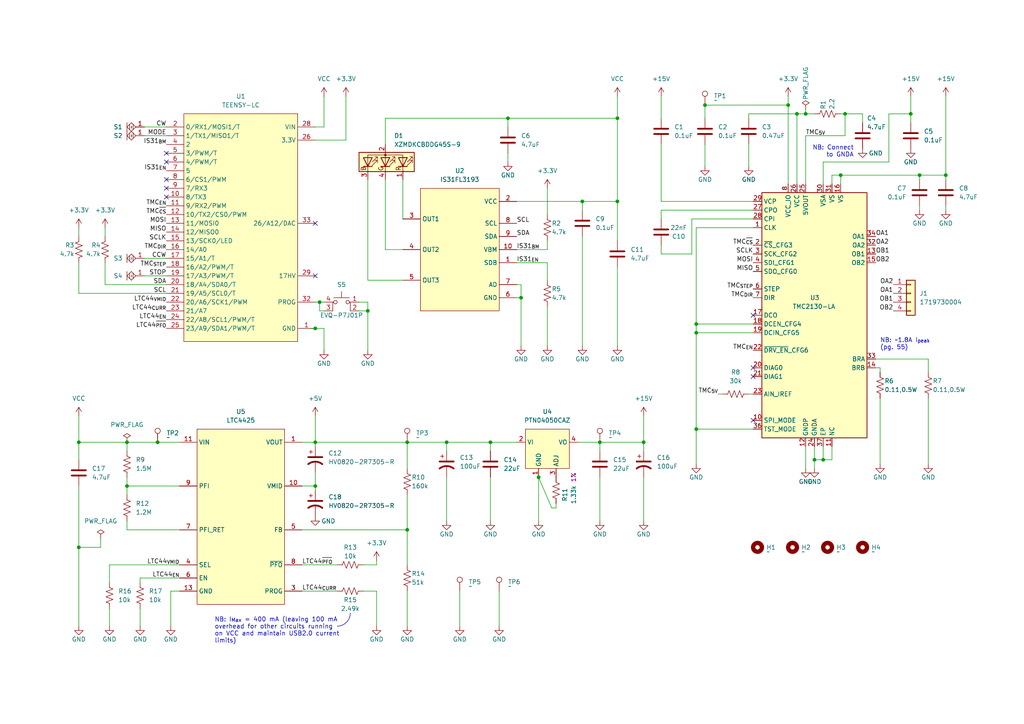
<source format=kicad_sch>
(kicad_sch (version 20230121) (generator eeschema)
  (paper "A4")
  (title_block (title "Open Ephys Commutator Controller") (rev "C") (company "Open Ephys, Inc.") (comment 1 "Jonathan P. Newman"))
  (lib_symbols
    (symbol "Connector:TestPoint" (pin_numbers hide) (pin_names (offset 0.762) hide)
      (property "Reference" "TP" (at 0 6.858 0))
      (property "Value" "TestPoint" (at 0 5.08 0))
      (symbol "TestPoint_1_1"
        (pin passive line (at 0 0 90) (length 2.54) (name "1") (number "1"))
      )
    )
    (symbol "Connector_Generic:Conn_01x04" (pin_names (offset 1.016) hide)
      (property "Reference" "J" (at 0 5.08 0))
      (property "Value" "Conn_01x04" (at 0 -7.62 0))
      (symbol "Conn_01x04_1_1"
        (pin passive line (at -5.08 2.54 0) (length 3.81) (name "Pin_1") (number "1"))
        (pin passive line (at -5.08 0 0) (length 3.81) (name "Pin_2") (number "2"))
        (pin passive line (at -5.08 -2.54 0) (length 3.81) (name "Pin_3") (number "3"))
        (pin passive line (at -5.08 -5.08 0) (length 3.81) (name "Pin_4") (number "4"))
      )
    )
    (symbol "Device:C" (pin_numbers hide) (pin_names (offset 0.254))
      (property "Reference" "C" (at 0.635 2.54 0))
      (property "Value" "C" (at 0.635 -2.54 0))
      (symbol "C_1_1"
        (pin passive line (at 0 3.81 270) (length 2.794) (name "~") (number "1"))
        (pin passive line (at 0 -3.81 90) (length 2.794) (name "~") (number "2"))
      )
    )
    (symbol "Device:C_Polarized_US" (pin_numbers hide) (pin_names (offset 0.254) hide)
      (property "Reference" "C" (at 0.635 2.54 0))
      (property "Value" "C_Polarized_US" (at 0.635 -2.54 0))
      (symbol "C_Polarized_US_1_1"
        (pin passive line (at 0 3.81 270) (length 2.794) (name "~") (number "1"))
        (pin passive line (at 0 -3.81 90) (length 3.302) (name "~") (number "2"))
      )
    )
    (symbol "Device:LED_RABG" (pin_names (offset 0) hide)
      (property "Reference" "D" (at 0 9.398 0))
      (property "Value" "LED_RABG" (at 0 -8.89 0))
      (symbol "LED_RABG_0_0"
        (text "B" (at -1.905 -6.35 0) (effects (font (size 1.27 1.27))))
        (text "G" (at -1.905 -1.27 0) (effects (font (size 1.27 1.27))))
        (text "R" (at -1.905 3.81 0) (effects (font (size 1.27 1.27))))
      )
      (symbol "LED_RABG_1_1"
        (pin passive line (at -5.08 5.08 0) (length 2.54) (name "RK") (number "1"))
        (pin passive line (at 5.08 0 180) (length 2.54) (name "A") (number "2"))
        (pin passive line (at -5.08 -5.08 0) (length 2.54) (name "BK") (number "3"))
        (pin passive line (at -5.08 0 0) (length 2.54) (name "GK") (number "4"))
      )
    )
    (symbol "Device:R_US" (pin_numbers hide) (pin_names (offset 0))
      (property "Reference" "R" (at 2.54 0 90))
      (property "Value" "R_US" (at -2.54 0 90))
      (symbol "R_US_1_1"
        (pin passive line (at 0 3.81 270) (length 1.27) (name "~") (number "1"))
        (pin passive line (at 0 -3.81 90) (length 1.27) (name "~") (number "2"))
      )
    )
    (symbol "Driver_Motor:TMC2130-LA"
      (property "Reference" "U" (at -11.43 38.1 0))
      (property "Value" "TMC2130-LA" (at 17.78 38.1 0))
      (symbol "TMC2130-LA_1_1"
        (pin input line (at -17.78 25.4 0) (length 2.54) (name "CLK") (number "1"))
        (pin input line (at -17.78 -30.48 0) (length 2.54) (name "SPI_MODE") (number "10"))
        (pin passive line (at 5.08 -38.1 90) (length 2.54) (name "NC") (number "11"))
        (pin power_in line (at -2.54 -38.1 90) (length 2.54) (name "GNDP") (number "12"))
        (pin output line (at 17.78 17.78 180) (length 2.54) (name "OB1") (number "13"))
        (pin passive line (at 17.78 -15.24 180) (length 2.54) (name "BRB") (number "14"))
        (pin output line (at 17.78 15.24 180) (length 2.54) (name "OB2") (number "15"))
        (pin power_in line (at 7.62 38.1 270) (length 2.54) (name "VS") (number "16"))
        (pin output line (at -17.78 0 0) (length 2.54) (name "DCO") (number "17"))
        (pin input line (at -17.78 -2.54 0) (length 2.54) (name "DCEN_CFG4") (number "18"))
        (pin input line (at -17.78 -5.08 0) (length 2.54) (name "DCIN_CFG5") (number "19"))
        (pin input line (at -17.78 20.32 0) (length 2.54) (name "~{CS}_CFG3") (number "2"))
        (pin output line (at -17.78 -15.24 0) (length 2.54) (name "DIAG0") (number "20"))
        (pin output line (at -17.78 -17.78 0) (length 2.54) (name "DIAG1") (number "21"))
        (pin input line (at -17.78 -10.16 0) (length 2.54) (name "~{DRV_EN}_CFG6") (number "22"))
        (pin input line (at -17.78 -22.86 0) (length 2.54) (name "AIN_IREF") (number "23"))
        (pin power_in line (at 0 -38.1 90) (length 2.54) (name "GNDA") (number "24"))
        (pin power_out line (at -2.54 38.1 270) (length 2.54) (name "5VOUT") (number "25"))
        (pin power_in line (at -5.08 38.1 270) (length 2.54) (name "VCC") (number "26"))
        (pin passive line (at -17.78 30.48 0) (length 2.54) (name "CPO") (number "27"))
        (pin passive line (at -17.78 27.94 0) (length 2.54) (name "CPI") (number "28"))
        (pin passive line (at -17.78 33.02 0) (length 2.54) (name "VCP") (number "29"))
        (pin input line (at -17.78 17.78 0) (length 2.54) (name "SCK_CFG2") (number "3"))
        (pin power_in line (at 2.54 38.1 270) (length 2.54) (name "VSA") (number "30"))
        (pin power_in line (at 5.08 38.1 270) (length 2.54) (name "VS") (number "31"))
        (pin output line (at 17.78 20.32 180) (length 2.54) (name "OA2") (number "32"))
        (pin passive line (at 17.78 -12.7 180) (length 2.54) (name "BRA") (number "33"))
        (pin output line (at 17.78 22.86 180) (length 2.54) (name "OA1") (number "34"))
        (pin passive line (at -2.54 -38.1 90) (length 2.54) hide (name "GNDP") (number "35"))
        (pin input line (at -17.78 -33.02 0) (length 2.54) (name "TST_MODE") (number "36"))
        (pin power_in line (at 2.54 -38.1 90) (length 2.54) (name "EP") (number "37"))
        (pin input line (at -17.78 15.24 0) (length 2.54) (name "SDI_CFG1") (number "4"))
        (pin bidirectional line (at -17.78 12.7 0) (length 2.54) (name "SDO_CFG0") (number "5"))
        (pin input line (at -17.78 7.62 0) (length 2.54) (name "STEP") (number "6"))
        (pin input line (at -17.78 5.08 0) (length 2.54) (name "DIR") (number "7"))
        (pin power_in line (at -7.62 38.1 270) (length 2.54) (name "VCC_IO") (number "8"))
        (pin no_connect line (at 15.24 33.02 180) (length 2.54) hide (name "DNC") (number "9"))
      )
    )
    (symbol "Mechanical:MountingHole" (pin_names (offset 1.016))
      (property "Reference" "H" (at 0 5.08 0))
      (property "Value" "MountingHole" (at 0 3.175 0))
    )
    (symbol "Switch:SW_MEC_5E" (pin_names (offset 1.016) hide)
      (property "Reference" "SW" (at 0.635 5.715 0))
      (property "Value" "SW_MEC_5E" (at 0 -3.175 0))
      (symbol "SW_MEC_5E_0_1"
        (pin passive line (at -5.08 2.54 0) (length 2.54) (name "1") (number "1"))
        (pin passive line (at -5.08 0 0) (length 2.54) (name "2") (number "2"))
        (pin passive line (at 5.08 0 180) (length 2.54) (name "K") (number "3"))
        (pin passive line (at 5.08 2.54 180) (length 2.54) (name "A") (number "4"))
      )
    )
    (symbol "open-ephys:IS31FL3193"
      (property "Reference" "U" (at 0 21.59 0))
      (property "Value" "IS31FL3193" (at 0 19.05 0))
      (symbol "IS31FL3193_1_0"
        (pin passive line (at 16.51 -13.97 180) (length 5.08) hide (name "GND") (number "11"))
      )
      (symbol "IS31FL3193_1_1"
        (pin input line (at 16.51 -3.81 180) (length 5.08) (name "SDB") (number "1"))
        (pin open_collector line (at 16.51 0 180) (length 5.08) (name "VBM") (number "10"))
        (pin power_in line (at 16.51 13.97 180) (length 5.08) (name "VCC") (number "2"))
        (pin input line (at -16.51 8.89 0) (length 5.08) (name "OUT1") (number "3"))
        (pin input line (at -16.51 0 0) (length 5.08) (name "OUT2") (number "4"))
        (pin input line (at -16.51 -8.89 0) (length 5.08) (name "OUT3") (number "5"))
        (pin power_in line (at 16.51 -13.97 180) (length 5.08) (name "GND") (number "6"))
        (pin input line (at 16.51 -10.16 180) (length 5.08) (name "AD") (number "7"))
        (pin open_collector line (at 16.51 7.62 180) (length 5.08) (name "SCL") (number "8"))
        (pin open_collector line (at 16.51 3.81 180) (length 5.08) (name "SDA") (number "9"))
      )
    )
    (symbol "open-ephys:LTC4425"
      (property "Reference" "U" (at 0 29.21 0))
      (property "Value" "LTC4425" (at 0 26.67 0))
      (symbol "LTC4425_1_0"
        (pin passive line (at -17.78 21.59 0) (length 5.08) hide (name "VIN") (number "12"))
        (pin passive line (at 17.78 21.59 180) (length 5.08) hide (name "VOUT") (number "2"))
      )
      (symbol "LTC4425_1_1"
        (pin power_out line (at 17.78 21.59 180) (length 5.08) (name "VOUT") (number "1"))
        (pin output line (at 17.78 8.89 180) (length 5.08) (name "VMID") (number "10"))
        (pin power_in line (at -17.78 21.59 0) (length 5.08) (name "VIN") (number "11"))
        (pin power_in line (at -17.78 -21.59 0) (length 5.08) (name "GND") (number "13"))
        (pin output line (at 17.78 -21.59 180) (length 5.08) (name "PROG") (number "3"))
        (pin input line (at -17.78 -13.97 0) (length 5.08) (name "SEL") (number "4"))
        (pin input line (at 17.78 -3.81 180) (length 5.08) (name "FB") (number "5"))
        (pin input line (at -17.78 -17.78 0) (length 5.08) (name "EN") (number "6"))
        (pin input line (at -17.78 -3.81 0) (length 5.08) (name "PFI_RET") (number "7"))
        (pin open_collector line (at 17.78 -13.97 180) (length 5.08) (name "~{PFO}") (number "8"))
        (pin input line (at -17.78 8.89 0) (length 5.08) (name "PFI") (number "9"))
      )
    )
    (symbol "open-ephys:PTN05050C"
      (property "Reference" "U" (at 0 10.16 0))
      (property "Value" "PTN05050C" (at 0 7.62 0))
      (symbol "PTN05050C_1_1"
        (pin power_in line (at -2.54 -7.62 90) (length 2.54) (name "GND") (number "1"))
        (pin power_in line (at -8.89 2.54 0) (length 2.54) (name "VI") (number "2"))
        (pin input line (at 2.54 -7.62 90) (length 2.54) (name "ADJ") (number "3"))
        (pin power_out line (at 8.89 2.54 180) (length 2.54) (name "VO") (number "4"))
      )
    )
    (symbol "open-ephys:TEENSY-LC"
      (property "Reference" "U" (at 0 36.83 0))
      (property "Value" "TEENSY-LC" (at 0 34.29 0))
      (symbol "TEENSY-LC_1_0"
        (pin output line (at 21.59 -13.97 180) (length 5.08) (name "17HV") (number "29"))
        (pin passive line (at 21.59 25.4 180) (length 5.08) hide (name "3.3V") (number "30"))
        (pin passive line (at 21.59 -29.21 180) (length 5.08) hide (name "GND") (number "31"))
        (pin bidirectional line (at 21.59 1.27 180) (length 5.08) (name "26/A12/DAC") (number "33"))
      )
      (symbol "TEENSY-LC_1_1"
        (pin power_in line (at 21.59 -29.21 180) (length 5.08) (name "GND") (number "1"))
        (pin bidirectional line (at -21.59 8.89 0) (length 5.08) (name "8/TX3") (number "10"))
        (pin bidirectional line (at -21.59 6.35 0) (length 5.08) (name "9/RX2/PWM") (number "11"))
        (pin bidirectional line (at -21.59 3.81 0) (length 5.08) (name "10/TX2/CS0/PWM") (number "12"))
        (pin bidirectional line (at -21.59 1.27 0) (length 5.08) (name "11/MOSI0") (number "13"))
        (pin bidirectional line (at -21.59 -1.27 0) (length 5.08) (name "12/MISO0") (number "14"))
        (pin bidirectional line (at -21.59 -3.81 0) (length 5.08) (name "13/SCK0/LED") (number "15"))
        (pin bidirectional line (at -21.59 -6.35 0) (length 5.08) (name "14/A0") (number "16"))
        (pin bidirectional line (at -21.59 -8.89 0) (length 5.08) (name "15/A1/T") (number "17"))
        (pin bidirectional line (at -21.59 -11.43 0) (length 5.08) (name "16/A2/PWM/T") (number "18"))
        (pin bidirectional line (at -21.59 -13.97 0) (length 5.08) (name "17/A3/PWM/T") (number "19"))
        (pin bidirectional line (at -21.59 29.21 0) (length 5.08) (name "0/RX1/MOSI1/T") (number "2"))
        (pin bidirectional line (at -21.59 -16.51 0) (length 5.08) (name "18/A4/SDA0/T") (number "20"))
        (pin bidirectional line (at -21.59 -19.05 0) (length 5.08) (name "19/A5/SCL0/T") (number "21"))
        (pin bidirectional line (at -21.59 -21.59 0) (length 5.08) (name "20/A6/SCK1/PWM") (number "22"))
        (pin bidirectional line (at -21.59 -24.13 0) (length 5.08) (name "21/A7") (number "23"))
        (pin bidirectional line (at -21.59 -26.67 0) (length 5.08) (name "22/A8/SCL1/PWM/T") (number "24"))
        (pin bidirectional line (at -21.59 -29.21 0) (length 5.08) (name "23/A9/SDA1/PWM/T") (number "25"))
        (pin power_out line (at 21.59 25.4 180) (length 5.08) (name "3.3V") (number "26"))
        (pin passive line (at 21.59 -29.21 180) (length 5.08) hide (name "GND") (number "27"))
        (pin power_in line (at 21.59 29.21 180) (length 5.08) (name "VIN") (number "28"))
        (pin bidirectional line (at -21.59 26.67 0) (length 5.08) (name "1/TX1/MISO1/T") (number "3"))
        (pin input line (at 21.59 -21.59 180) (length 5.08) (name "PROG") (number "32"))
        (pin bidirectional line (at -21.59 24.13 0) (length 5.08) (name "2") (number "4"))
        (pin bidirectional line (at -21.59 21.59 0) (length 5.08) (name "3/PWM/T") (number "5"))
        (pin bidirectional line (at -21.59 19.05 0) (length 5.08) (name "4/PWM/T") (number "6"))
        (pin bidirectional line (at -21.59 16.51 0) (length 5.08) (name "5") (number "7"))
        (pin bidirectional line (at -21.59 13.97 0) (length 5.08) (name "6/CS1/PWM") (number "8"))
        (pin bidirectional line (at -21.59 11.43 0) (length 5.08) (name "7/RX3") (number "9"))
      )
    )
    (symbol "open-ephys:TOUCH"
      (property "Reference" "S" (at 0 2.54 0))
      (symbol "TOUCH_1_1"
        (pin passive line (at 0 -3.81 90) (length 2.54) (name "") (number "1"))
      )
    )
    (symbol "power:+15V" (power) (pin_names (offset 0))
      (property "Value" "+15V" (at 0 3.556 0))
      (symbol "+15V_1_1"
        (pin power_in line (at 0 0 90) (length 0) hide (name "+15V") (number "1"))
      )
    )
    (symbol "power:+3.3V" (power) (pin_names (offset 0))
      (property "Value" "+3.3V" (at 0 3.556 0))
      (symbol "+3.3V_1_1"
        (pin power_in line (at 0 0 90) (length 0) hide (name "+3.3V") (number "1"))
      )
    )
    (symbol "power:+5V" (power) (pin_names (offset 0))
      (property "Value" "+5V" (at 0 3.556 0))
      (symbol "+5V_1_1"
        (pin power_in line (at 0 0 90) (length 0) hide (name "+5V") (number "1"))
      )
    )
    (symbol "power:GND" (power) (pin_names (offset 0))
      (property "Value" "GND" (at 0 -3.81 0))
      (symbol "GND_1_1"
        (pin power_in line (at 0 0 270) (length 0) hide (name "GND") (number "1"))
      )
    )
    (symbol "power:PWR_FLAG" (power) (pin_numbers hide) (pin_names (offset 0) hide)
      (property "Value" "PWR_FLAG" (at 0 3.81 0))
      (symbol "PWR_FLAG_0_0"
        (pin power_out line (at 0 0 90) (length 0) (name "pwr") (number "1"))
      )
    )
    (symbol "power:VCC" (power) (pin_names (offset 0))
      (property "Value" "VCC" (at 0 3.81 0))
      (symbol "VCC_1_1"
        (pin power_in line (at 0 0 90) (length 0) hide (name "VCC") (number "1"))
      )
    )
  )
  (junction (at 179.07 58.42))
  (junction (at 168.91 58.42))
  (junction (at 228.6 30.48))
  (junction (at 106.68 90.17))
  (junction (at 201.93 93.98))
  (junction (at 274.32 50.8))
  (junction (at 266.7 50.8))
  (junction (at 91.44 140.97))
  (junction (at 156.21 138.43))
  (junction (at 201.93 124.46))
  (junction (at 238.76 133.35))
  (junction (at 186.69 128.27))
  (junction (at 231.14 33.02))
  (junction (at 22.86 128.27))
  (junction (at 245.11 33.02))
  (junction (at 22.86 158.75))
  (junction (at 92.71 87.63))
  (junction (at 45.72 128.27))
  (junction (at 129.54 128.27))
  (junction (at 36.83 128.27))
  (junction (at 173.99 128.27))
  (junction (at 147.32 34.29))
  (junction (at 243.84 50.8))
  (junction (at 91.44 128.27))
  (junction (at 233.68 33.02))
  (junction (at 151.13 86.36))
  (junction (at 118.11 153.67))
  (junction (at 142.24 128.27))
  (junction (at 201.93 96.52))
  (junction (at 36.83 140.97))
  (junction (at 236.22 133.35))
  (junction (at 204.47 30.48))
  (junction (at 118.11 128.27))
  (junction (at 91.44 95.25))
  (junction (at 264.16 33.02))
  (junction (at 179.07 34.29))
  (no_connect (at 48.26 46.99))
  (no_connect (at 91.44 80.01))
  (no_connect (at 218.44 106.68))
  (no_connect (at 218.44 121.92))
  (no_connect (at 48.26 52.07))
  (no_connect (at 48.26 54.61))
  (no_connect (at 218.44 109.22))
  (no_connect (at 48.26 57.15))
  (no_connect (at 91.44 64.77))
  (no_connect (at 218.44 91.44))
  (no_connect (at 48.26 44.45))
  (wire (pts (xy 217.17 34.29) (xy 217.17 33.02)))
  (wire (pts (xy 266.7 60.96) (xy 266.7 59.69)))
  (wire (pts (xy 41.91 39.37) (xy 48.26 39.37)))
  (wire (pts (xy 22.86 133.35) (xy 22.86 128.27)))
  (wire (pts (xy 106.68 87.63) (xy 106.68 90.17)))
  (wire (pts (xy 186.69 128.27) (xy 186.69 120.65)))
  (wire (pts (xy 31.75 176.53) (xy 31.75 181.61)))
  (wire (pts (xy 93.98 95.25) (xy 93.98 101.6)))
  (wire (pts (xy 191.77 73.66) (xy 200.66 73.66)))
  (wire (pts (xy 41.91 80.01) (xy 48.26 80.01)))
  (wire (pts (xy 238.76 129.54) (xy 238.76 133.35)))
  (wire (pts (xy 186.69 128.27) (xy 173.99 128.27)))
  (wire (pts (xy 149.86 58.42) (xy 168.91 58.42)))
  (wire (pts (xy 142.24 128.27) (xy 149.86 128.27)))
  (wire (pts (xy 255.27 106.68) (xy 255.27 107.95)))
  (wire (pts (xy 116.84 52.07) (xy 116.84 63.5)))
  (wire (pts (xy 179.07 58.42) (xy 179.07 69.85)))
  (wire (pts (xy 41.91 36.83) (xy 48.26 36.83)))
  (wire (pts (xy 92.71 90.17) (xy 92.71 87.63)))
  (wire (pts (xy 52.07 163.83) (xy 31.75 163.83)))
  (wire (pts (xy 264.16 33.02) (xy 264.16 27.94)))
  (wire (pts (xy 233.68 33.02) (xy 231.14 33.02)))
  (wire (pts (xy 179.07 58.42) (xy 179.07 34.29)))
  (wire (pts (xy 106.68 90.17) (xy 104.14 90.17)))
  (wire (pts (xy 92.71 87.63) (xy 91.44 87.63)))
  (wire (pts (xy 191.77 41.91) (xy 191.77 58.42)))
  (wire (pts (xy 156.21 138.43) (xy 160.02 147.32)))
  (wire (pts (xy 200.66 63.5) (xy 200.66 73.66)))
  (wire (pts (xy 269.24 107.95) (xy 269.24 104.14)))
  (wire (pts (xy 90.17 95.25) (xy 91.44 95.25)))
  (wire (pts (xy 233.68 31.75) (xy 233.68 33.02)))
  (wire (pts (xy 31.75 163.83) (xy 31.75 168.91)))
  (wire (pts (xy 243.84 50.8) (xy 266.7 50.8)))
  (wire (pts (xy 41.91 74.93) (xy 48.26 74.93)))
  (wire (pts (xy 118.11 128.27) (xy 129.54 128.27)))
  (wire (pts (xy 201.93 124.46) (xy 218.44 124.46)))
  (wire (pts (xy 87.63 128.27) (xy 91.44 128.27)))
  (wire (pts (xy 91.44 40.64) (xy 100.33 40.64)))
  (wire (pts (xy 105.41 171.45) (xy 109.22 171.45)))
  (wire (pts (xy 30.48 66.04) (xy 30.48 68.58)))
  (wire (pts (xy 52.07 153.67) (xy 36.83 153.67)))
  (wire (pts (xy 129.54 128.27) (xy 142.24 128.27)))
  (wire (pts (xy 254 104.14) (xy 269.24 104.14)))
  (wire (pts (xy 147.32 34.29) (xy 147.32 36.83)))
  (wire (pts (xy 241.3 129.54) (xy 241.3 133.35)))
  (wire (pts (xy 266.7 52.07) (xy 266.7 50.8)))
  (wire (pts (xy 245.11 33.02) (xy 243.84 33.02)))
  (wire (pts (xy 269.24 134.62) (xy 269.24 115.57)))
  (wire (pts (xy 118.11 153.67) (xy 118.11 163.83)))
  (wire (pts (xy 201.93 96.52) (xy 218.44 96.52)))
  (wire (pts (xy 147.32 44.45) (xy 147.32 46.99)))
  (wire (pts (xy 87.63 171.45) (xy 97.79 171.45)))
  (wire (pts (xy 238.76 46.99) (xy 257.81 46.99)))
  (wire (pts (xy 257.81 46.99) (xy 257.81 33.02)))
  (wire (pts (xy 161.29 146.05) (xy 161.29 147.32)))
  (wire (pts (xy 91.44 120.65) (xy 91.44 128.27)))
  (wire (pts (xy 233.68 39.37) (xy 233.68 53.34)))
  (wire (pts (xy 91.44 128.27) (xy 118.11 128.27)))
  (wire (pts (xy 118.11 143.51) (xy 118.11 153.67)))
  (wire (pts (xy 91.44 129.54) (xy 91.44 128.27)))
  (wire (pts (xy 40.64 167.64) (xy 52.07 167.64)))
  (wire (pts (xy 274.32 59.69) (xy 274.32 60.96)))
  (wire (pts (xy 49.53 171.45) (xy 52.07 171.45)))
  (wire (pts (xy 173.99 128.27) (xy 173.99 130.81)))
  (wire (pts (xy 92.71 87.63) (xy 93.98 87.63)))
  (wire (pts (xy 274.32 27.94) (xy 274.32 50.8)))
  (wire (pts (xy 142.24 138.43) (xy 142.24 151.13)))
  (wire (pts (xy 118.11 171.45) (xy 118.11 181.61)))
  (wire (pts (xy 243.84 50.8) (xy 243.84 53.34)))
  (wire (pts (xy 36.83 153.67) (xy 36.83 151.13)))
  (wire (pts (xy 236.22 133.35) (xy 238.76 133.35)))
  (wire (pts (xy 36.83 140.97) (xy 52.07 140.97)))
  (wire (pts (xy 236.22 133.35) (xy 236.22 135.89)))
  (wire (pts (xy 111.76 72.39) (xy 116.84 72.39)))
  (wire (pts (xy 173.99 138.43) (xy 173.99 151.13)))
  (wire (pts (xy 255.27 115.57) (xy 255.27 134.62)))
  (wire (pts (xy 241.3 50.8) (xy 241.3 53.34)))
  (wire (pts (xy 167.64 128.27) (xy 173.99 128.27)))
  (wire (pts (xy 274.32 50.8) (xy 274.32 52.07)))
  (wire (pts (xy 217.17 48.26) (xy 217.17 41.91)))
  (wire (pts (xy 36.83 130.81) (xy 36.83 128.27)))
  (wire (pts (xy 48.26 82.55) (xy 30.48 82.55)))
  (wire (pts (xy 250.19 33.02) (xy 250.19 35.56)))
  (wire (pts (xy 158.75 76.2) (xy 149.86 76.2)))
  (wire (pts (xy 87.63 153.67) (xy 118.11 153.67)))
  (wire (pts (xy 168.91 68.58) (xy 168.91 100.33)))
  (wire (pts (xy 40.64 176.53) (xy 40.64 181.61)))
  (wire (pts (xy 201.93 124.46) (xy 201.93 96.52)))
  (wire (pts (xy 186.69 130.81) (xy 186.69 128.27)))
  (wire (pts (xy 231.14 53.34) (xy 231.14 33.02)))
  (wire (pts (xy 179.07 34.29) (xy 179.07 27.94)))
  (wire (pts (xy 30.48 76.2) (xy 30.48 82.55)))
  (wire (pts (xy 233.68 33.02) (xy 236.22 33.02)))
  (wire (pts (xy 264.16 33.02) (xy 264.16 35.56)))
  (wire (pts (xy 149.86 82.55) (xy 151.13 82.55)))
  (wire (pts (xy 22.86 158.75) (xy 22.86 140.97)))
  (wire (pts (xy 40.64 168.91) (xy 40.64 167.64)))
  (wire (pts (xy 201.93 134.62) (xy 201.93 124.46)))
  (wire (pts (xy 238.76 53.34) (xy 238.76 46.99)))
  (wire (pts (xy 111.76 52.07) (xy 111.76 72.39)))
  (wire (pts (xy 105.41 163.83) (xy 109.22 163.83)))
  (wire (pts (xy 22.86 158.75) (xy 29.21 158.75)))
  (wire (pts (xy 186.69 138.43) (xy 186.69 151.13)))
  (wire (pts (xy 228.6 27.94) (xy 228.6 30.48)))
  (wire (pts (xy 147.32 34.29) (xy 111.76 34.29)))
  (wire (pts (xy 243.84 50.8) (xy 241.3 50.8)))
  (wire (pts (xy 22.86 120.65) (xy 22.86 128.27)))
  (wire (pts (xy 217.17 33.02) (xy 231.14 33.02)))
  (wire (pts (xy 29.21 156.21) (xy 29.21 158.75)))
  (wire (pts (xy 245.11 33.02) (xy 250.19 33.02)))
  (wire (pts (xy 91.44 36.83) (xy 93.98 36.83)))
  (wire (pts (xy 156.21 138.43) (xy 156.21 151.13)))
  (wire (pts (xy 158.75 54.61) (xy 158.75 62.23)))
  (wire (pts (xy 133.35 171.45) (xy 133.35 181.61)))
  (wire (pts (xy 191.77 27.94) (xy 191.77 34.29)))
  (wire (pts (xy 100.33 40.64) (xy 100.33 27.94)))
  (wire (pts (xy 151.13 86.36) (xy 151.13 100.33)))
  (wire (pts (xy 91.44 95.25) (xy 93.98 95.25)))
  (wire (pts (xy 168.91 58.42) (xy 179.07 58.42)))
  (wire (pts (xy 87.63 163.83) (xy 97.79 163.83)))
  (wire (pts (xy 104.14 87.63) (xy 106.68 87.63)))
  (wire (pts (xy 191.77 58.42) (xy 218.44 58.42)))
  (wire (pts (xy 36.83 140.97) (xy 36.83 143.51)))
  (wire (pts (xy 158.75 81.28) (xy 158.75 76.2)))
  (wire (pts (xy 93.98 90.17) (xy 92.71 90.17)))
  (wire (pts (xy 204.47 34.29) (xy 204.47 30.48)))
  (wire (pts (xy 142.24 128.27) (xy 142.24 130.81)))
  (wire (pts (xy 201.93 93.98) (xy 201.93 66.04)))
  (wire (pts (xy 236.22 129.54) (xy 236.22 133.35)))
  (wire (pts (xy 22.86 66.04) (xy 22.86 68.58)))
  (wire (pts (xy 91.44 140.97) (xy 91.44 142.24)))
  (wire (pts (xy 179.07 77.47) (xy 179.07 100.33)))
  (wire (pts (xy 204.47 30.48) (xy 228.6 30.48)))
  (wire (pts (xy 228.6 30.48) (xy 228.6 53.34)))
  (wire (pts (xy 106.68 81.28) (xy 116.84 81.28)))
  (wire (pts (xy 158.75 69.85) (xy 158.75 72.39)))
  (wire (pts (xy 158.75 100.33) (xy 158.75 88.9)))
  (wire (pts (xy 257.81 33.02) (xy 264.16 33.02)))
  (wire (pts (xy 233.68 129.54) (xy 233.68 135.89)))
  (wire (pts (xy 208.28 114.3) (xy 209.55 114.3)))
  (wire (pts (xy 191.77 71.12) (xy 191.77 73.66)))
  (wire (pts (xy 160.02 147.32) (xy 161.29 147.32)))
  (wire (pts (xy 129.54 130.81) (xy 129.54 128.27)))
  (wire (pts (xy 266.7 50.8) (xy 274.32 50.8)))
  (wire (pts (xy 36.83 138.43) (xy 36.83 140.97)))
  (wire (pts (xy 93.98 27.94) (xy 93.98 36.83)))
  (wire (pts (xy 245.11 39.37) (xy 245.11 33.02)))
  (wire (pts (xy 49.53 181.61) (xy 49.53 171.45)))
  (wire (pts (xy 200.66 63.5) (xy 218.44 63.5)))
  (wire (pts (xy 36.83 128.27) (xy 45.72 128.27)))
  (wire (pts (xy 149.86 86.36) (xy 151.13 86.36)))
  (wire (pts (xy 87.63 140.97) (xy 91.44 140.97)))
  (wire (pts (xy 149.86 72.39) (xy 158.75 72.39)))
  (wire (pts (xy 106.68 101.6) (xy 106.68 90.17)))
  (wire (pts (xy 233.68 39.37) (xy 245.11 39.37)))
  (wire (pts (xy 204.47 48.26) (xy 204.47 41.91)))
  (wire (pts (xy 48.26 85.09) (xy 22.86 85.09)))
  (wire (pts (xy 22.86 181.61) (xy 22.86 158.75)))
  (wire (pts (xy 201.93 93.98) (xy 201.93 96.52)))
  (wire (pts (xy 45.72 128.27) (xy 52.07 128.27)))
  (wire (pts (xy 168.91 58.42) (xy 168.91 60.96)))
  (wire (pts (xy 191.77 63.5) (xy 191.77 60.96)))
  (wire (pts (xy 201.93 66.04) (xy 218.44 66.04)))
  (wire (pts (xy 118.11 128.27) (xy 118.11 135.89)))
  (wire (pts (xy 151.13 82.55) (xy 151.13 86.36)))
  (wire (pts (xy 22.86 128.27) (xy 36.83 128.27)))
  (wire (pts (xy 109.22 171.45) (xy 109.22 181.61)))
  (wire (pts (xy 201.93 93.98) (xy 218.44 93.98)))
  (wire (pts (xy 91.44 140.97) (xy 91.44 137.16)))
  (wire (pts (xy 254 106.68) (xy 255.27 106.68)))
  (wire (pts (xy 106.68 52.07) (xy 106.68 81.28)))
  (wire (pts (xy 109.22 162.56) (xy 109.22 163.83)))
  (wire (pts (xy 144.78 171.45) (xy 144.78 181.61)))
  (wire (pts (xy 147.32 34.29) (xy 179.07 34.29)))
  (wire (pts (xy 22.86 76.2) (xy 22.86 85.09)))
  (wire (pts (xy 238.76 133.35) (xy 241.3 133.35)))
  (wire (pts (xy 129.54 138.43) (xy 129.54 151.13)))
  (wire (pts (xy 111.76 34.29) (xy 111.76 41.91)))
  (wire (pts (xy 217.17 114.3) (xy 218.44 114.3)))
  (wire (pts (xy 191.77 60.96) (xy 218.44 60.96)))
  (arc (start 101.6 177.8) (mid 100.4841 180.4941) (end 97.79 181.61))
  (text "NB: ~1.8A I_{peak}\n(pg. 55)" (at 255.27 101.6 0) (effects (font (size 1.27 1.27)) (justify left bottom)))
  (text "NB: I_{Max} = 400 mA (leaving 100 mA \noverhead for other circuits running \non VCC and maintain USB2.0 current \nlimits)" (at 62.23 186.69 0) (effects (font (size 1.27 1.27)) (justify left bottom)))
  (text "NB: Connect\nto GNDA" (at 247.65 45.72 0) (effects (font (size 1.27 1.27)) (justify right bottom)))
  (label "LTC44_{CURR}" (at 87.63 171.45 0))
  (label "SDA" (at 48.26 82.55 180))
  (label "LTC44_{~{PFO}}" (at 87.63 163.83 0))
  (label "MOSI" (at 48.26 64.77 180))
  (label "TMC_{~{CS}}" (at 48.26 62.23 180))
  (label "TMC_{EN}" (at 48.26 59.69 180))
  (label "IS31_{EN}" (at 48.26 49.53 180))
  (label "SCLK" (at 48.26 69.85 180))
  (label "TMC_{DIR}" (at 218.44 86.36 180))
  (label "TMC_{5V}" (at 208.28 114.3 180))
  (label "OA2" (at 259.08 82.55 180))
  (label "IS31_{EN}" (at 149.86 76.2 0))
  (label "LTC44_{CURR}" (at 48.26 90.17 180))
  (label "TMC_{~{CS}}" (at 218.44 71.12 180))
  (label "MISO" (at 218.44 78.74 180))
  (label "OB2" (at 254 76.2 0))
  (label "MISO" (at 48.26 67.31 180))
  (label "TMC_{STEP}" (at 48.26 77.47 180))
  (label "OA1" (at 254 68.58 0))
  (label "LTC44_{EN}" (at 48.26 92.71 180))
  (label "MODE" (at 48.26 39.37 180))
  (label "SCL" (at 48.26 85.09 180))
  (label "IS31_{BM}" (at 48.26 41.91 180))
  (label "LTC44_{~{PFO}}" (at 48.26 95.25 180))
  (label "MOSI" (at 218.44 76.2 180))
  (label "SDA" (at 149.86 68.58 0))
  (label "TMC_{EN}" (at 218.44 101.6 180))
  (label "OB2" (at 259.08 90.17 180))
  (label "SCLK" (at 218.44 73.66 180))
  (label "OB1" (at 259.08 87.63 180))
  (label "SCL" (at 149.86 64.77 0))
  (label "LTC44_{VMID}" (at 48.26 87.63 180))
  (label "STOP" (at 48.26 80.01 180))
  (label "IS31_{BM}" (at 149.86 72.39 0))
  (label "TMC_{DIR}" (at 48.26 72.39 180))
  (label "CW" (at 48.26 36.83 180))
  (label "TMC_{5V}" (at 233.68 39.37 0))
  (label "OA1" (at 259.08 85.09 180))
  (label "TMC_{STEP}" (at 218.44 83.82 180))
  (label "LTC44_{EN}" (at 52.07 167.64 180))
  (label "OA2" (at 254 71.12 0))
  (label "CCW" (at 48.26 74.93 180))
  (label "OB1" (at 254 73.66 0))
  (label "LTC44_{VMID}" (at 52.07 163.83 180))
  (symbol (lib_id "Connector:TestPoint") (at 45.72 128.27 0) (unit 1)
    (property "Reference" "TP2" (at 48.26 125.603 0) (effects (justify left)))
    (property "Value" "~" (at 48.26 126.873 0) (effects (justify left)))
    (property "Footprint" "TestPoint:TestPoint_Pad_D2.0mm" (effects hide))
  )
  (symbol (lib_id "Device:C") (at 191.77 67.31 0) (mirror y) (unit 1)
    (property "Reference" "C10" (at 196.85 68.58 0))
    (property "Value" "22nF" (at 196.85 66.04 0))
    (property "Footprint" "Capacitor_SMD:C_0603_1608Metric" (effects hide))
    (property "Voltage" "50V" (effects hide))
  )
  (symbol (lib_id "Device:C") (at 250.19 39.37 180) (unit 1)
    (property "Reference" "C4" (at 251.46 34.29 0) (effects (justify right)))
    (property "Value" "4.7uF" (at 251.46 36.83 0) (effects (justify right)))
    (property "Footprint" "Capacitor_SMD:C_0805_2012Metric" (effects hide))
    (property "Voltage" "50V" (effects hide))
  )
  (symbol (lib_id "Device:R_US") (at 30.48 72.39 0) (mirror y) (unit 1)
    (property "Reference" "R4" (at 29.21 71.12 0) (effects (justify left)))
    (property "Value" "4.7k" (at 29.21 73.66 0) (effects (justify left)))
    (property "Footprint" "Resistor_SMD:R_0603_1608Metric" (effects hide))
  )
  (symbol (lib_id "Device:R_US") (at 158.75 85.09 0) (unit 1)
    (property "Reference" "R5" (at 160.02 83.82 0) (effects (justify left)))
    (property "Value" "4.7k" (at 160.02 86.36 0) (effects (justify left)))
    (property "Footprint" "Resistor_SMD:R_0603_1608Metric" (effects hide))
  )
  (symbol (lib_id "power:VCC") (at 93.98 27.94 0) (unit 1)
    (property "Reference" "#PWR01" (effects hide))
    (property "Value" "VCC" (at 93.98 22.86 0))
  )
  (symbol (lib_id "power:+15V") (at 274.32 27.94 0) (unit 1)
    (property "Reference" "#PWR07" (effects hide))
    (property "Value" "+15V" (at 274.32 22.86 0))
  )
  (symbol (lib_id "Device:R_US") (at 213.36 114.3 90) (unit 1)
    (property "Reference" "R8" (at 213.36 107.95 90))
    (property "Value" "30k" (at 213.36 110.49 90))
    (property "Footprint" "Resistor_SMD:R_0603_1608Metric" (effects hide))
  )
  (symbol (lib_id "power:+15V") (at 191.77 27.94 0) (unit 1)
    (property "Reference" "#PWR04" (effects hide))
    (property "Value" "+15V" (at 191.77 22.86 0))
  )
  (symbol (lib_id "open-ephys:IS31FL3193") (at 133.35 72.39 0) (unit 1)
    (property "Reference" "U2" (at 133.35 49.53 0))
    (property "Value" "IS31FL3193" (at 133.35 52.07 0))
    (property "Footprint" "Package_DFN_QFN:DFN-10-1EP_3x3mm_P0.5mm_EP1.65x2.38mm" (effects hide))
    (property "Datasheet" "https://lumissil.com/assets/pdf/core/IS31FL3193_DS.pdf" (effects hide))
  )
  (symbol (lib_id "open-ephys:PTN05050C") (at 158.75 130.81 0) (unit 1)
    (property "Reference" "U4" (at 158.75 119.38 0))
    (property "Value" "PTN04050CAZ" (at 158.75 121.92 0))
    (property "Footprint" "open-ephys:TI_R-PDSS_B4_SMD" (effects hide))
    (property "Datasheet" "https://rocelec.widen.net/view/pdf/tjdcpseefw/slts251a.pdf?t.download=true&u=5oefqw" (effects hide))
  )
  (symbol (lib_id "Device:C") (at 168.91 64.77 0) (unit 1)
    (property "Reference" "C9" (at 172.72 63.5 0) (effects (justify left)))
    (property "Value" "0.1uF" (at 172.72 66.04 0) (effects (justify left)))
    (property "Footprint" "Capacitor_SMD:C_0603_1608Metric" (effects hide))
    (property "Voltage" "50V" (effects hide))
  )
  (symbol (lib_id "power:GND") (at 173.99 151.13 0) (unit 1)
    (property "Reference" "#PWR036" (effects hide))
    (property "Value" "GND" (at 173.99 154.94 0))
  )
  (symbol (lib_id "Device:R_US") (at 269.24 111.76 0) (unit 1)
    (property "Reference" "R7" (at 270.51 110.49 0) (effects (justify left)))
    (property "Value" "0.11,0.5W" (at 270.51 113.03 0) (effects (justify left)))
    (property "Footprint" "Resistor_SMD:R_1206_3216Metric" (effects hide))
  )
  (symbol (lib_id "Mechanical:MountingHole") (at 250.19 158.75 0) (unit 1) (in_bom no)
    (property "Reference" "H4" (at 252.73 158.75 0) (effects (justify left)))
    (property "Value" "~" (at 252.73 160.02 0) (effects (justify left)))
    (property "Footprint" "MountingHole:MountingHole_2.7mm_M2.5_ISO7380" (effects hide))
  )
  (symbol (lib_id "Device:C") (at 274.32 55.88 180) (unit 1)
    (property "Reference" "C8" (at 278.13 54.61 0) (effects (justify right)))
    (property "Value" "4.7uF" (at 278.13 57.15 0) (effects (justify right)))
    (property "Footprint" "Capacitor_SMD:C_0805_2012Metric" (effects hide))
    (property "Voltage" "50V" (effects hide))
  )
  (symbol (lib_id "power:GND") (at 204.47 48.26 0) (unit 1)
    (property "Reference" "#PWR011" (effects hide))
    (property "Value" "GND" (at 204.47 52.07 0))
  )
  (symbol (lib_id "Device:C") (at 173.99 134.62 0) (unit 1)
    (property "Reference" "C15" (at 177.8 133.35 0) (effects (justify left)))
    (property "Value" "22uF" (at 177.8 135.89 0) (effects (justify left)))
    (property "Footprint" "Capacitor_SMD:C_1206_3216Metric" (effects hide))
  )
  (symbol (lib_id "power:+3.3V") (at 100.33 27.94 0) (unit 1)
    (property "Reference" "#PWR02" (effects hide))
    (property "Value" "+3.3V" (at 100.33 22.86 0))
  )
  (symbol (lib_id "Device:C") (at 264.16 39.37 180) (unit 1)
    (property "Reference" "C5" (at 267.97 38.1 0) (effects (justify right)))
    (property "Value" "0.1uF" (at 267.97 40.64 0) (effects (justify right)))
    (property "Footprint" "Capacitor_SMD:C_0603_1608Metric" (effects hide))
    (property "Voltage" "50V" (effects hide))
  )
  (symbol (lib_id "Device:C") (at 22.86 137.16 0) (unit 1)
    (property "Reference" "C17" (at 26.67 135.89 0) (effects (justify left)))
    (property "Value" "4.7uF" (at 26.67 138.43 0) (effects (justify left)))
    (property "Footprint" "Capacitor_SMD:C_0805_2012Metric" (effects hide))
  )
  (symbol (lib_id "power:GND") (at 22.86 181.61 0) (unit 1)
    (property "Reference" "#PWR039" (effects hide))
    (property "Value" "GND" (at 22.86 185.42 0))
  )
  (symbol (lib_id "Connector:TestPoint") (at 144.78 171.45 0) (unit 1)
    (property "Reference" "TP6" (at 147.32 168.783 0) (effects (justify left)))
    (property "Value" "~" (at 147.32 170.053 0) (effects (justify left)))
    (property "Footprint" "TestPoint:TestPoint_Pad_D2.0mm" (effects hide))
  )
  (symbol (lib_id "power:GND") (at 144.78 181.61 0) (unit 1)
    (property "Reference" "#PWR046" (effects hide))
    (property "Value" "GND" (at 144.78 185.42 0))
  )
  (symbol (lib_id "Connector:TestPoint") (at 118.11 128.27 0) (unit 1)
    (property "Reference" "TP3" (at 120.65 125.603 0) (effects (justify left)))
    (property "Value" "~" (at 120.65 126.873 0) (effects (justify left)))
    (property "Footprint" "TestPoint:TestPoint_Pad_D2.0mm" (effects hide))
  )
  (symbol (lib_id "power:GND") (at 158.75 100.33 0) (unit 1)
    (property "Reference" "#PWR019" (effects hide))
    (property "Value" "GND" (at 158.75 104.14 0))
  )
  (symbol (lib_id "open-ephys:TOUCH") (at 38.1 80.01 90) (mirror x) (unit 1) (in_bom no)
    (property "Reference" "S4" (at 35.56 80.01 90) (effects (justify left)))
    (property "Value" "~" (at 38.1 80.01 0))
    (property "Footprint" "open-ephys:Touch_Center_2mm" (effects hide))
  )
  (symbol (lib_id "Device:C") (at 147.32 40.64 0) (unit 1)
    (property "Reference" "C6" (at 151.13 39.37 0) (effects (justify left)))
    (property "Value" "4.7uF" (at 151.13 41.91 0) (effects (justify left)))
    (property "Footprint" "Capacitor_SMD:C_0805_2012Metric" (effects hide))
  )
  (symbol (lib_id "Device:C") (at 179.07 73.66 0) (unit 1)
    (property "Reference" "C11" (at 182.88 72.39 0) (effects (justify left)))
    (property "Value" "4.7uF" (at 182.88 74.93 0) (effects (justify left)))
    (property "Footprint" "Capacitor_SMD:C_0805_2012Metric" (effects hide))
  )
  (symbol (lib_id "power:+3.3V") (at 22.86 66.04 0) (unit 1)
    (property "Reference" "#PWR016" (effects hide))
    (property "Value" "+3.3V" (at 22.86 60.96 0))
  )
  (symbol (lib_id "Device:R_US") (at 40.64 172.72 0) (unit 1)
    (property "Reference" "R17" (at 43.18 171.45 0) (effects (justify left)))
    (property "Value" "10k" (at 43.18 173.99 0) (effects (justify left)))
    (property "Footprint" "Resistor_SMD:R_0603_1608Metric" (effects hide))
  )
  (symbol (lib_id "Device:R_US") (at 118.11 167.64 0) (unit 1)
    (property "Reference" "R14" (at 119.38 166.37 0) (effects (justify left)))
    (property "Value" "51k" (at 119.38 168.91 0) (effects (justify left)))
    (property "Footprint" "Resistor_SMD:R_0603_1608Metric" (effects hide))
    (property "Tolerance" "1%" (effects hide))
  )
  (symbol (lib_id "Connector_Generic:Conn_01x04") (at 264.16 85.09 0) (unit 1)
    (property "Reference" "J1" (at 266.7 85.09 0) (effects (justify left)))
    (property "Value" "1719730004" (at 266.7 87.63 0) (effects (justify left)))
    (property "Footprint" "open-ephys:MOLEX_1719730004_1x04_P2.54mm_Vert_Lock" (effects hide))
  )
  (symbol (lib_id "Connector:TestPoint") (at 133.35 171.45 0) (unit 1)
    (property "Reference" "TP5" (at 135.89 168.783 0) (effects (justify left)))
    (property "Value" "~" (at 135.89 170.053 0) (effects (justify left)))
    (property "Footprint" "TestPoint:TestPoint_Pad_D2.0mm" (effects hide))
  )
  (symbol (lib_id "Device:R_US") (at 22.86 72.39 0) (mirror y) (unit 1)
    (property "Reference" "R3" (at 21.59 71.12 0) (effects (justify left)))
    (property "Value" "4.7k" (at 21.59 73.66 0) (effects (justify left)))
    (property "Footprint" "Resistor_SMD:R_0603_1608Metric" (effects hide))
  )
  (symbol (lib_id "Device:C_Polarized_US") (at 129.54 134.62 0) (unit 1)
    (property "Reference" "C13" (at 133.35 132.715 0) (effects (justify left)))
    (property "Value" "100uF" (at 133.35 135.255 0) (effects (justify left)))
    (property "Footprint" "Capacitor_SMD:C_Elec_8x10.2" (effects hide))
  )
  (symbol (lib_id "open-ephys:TOUCH") (at 38.1 74.93 90) (mirror x) (unit 1) (in_bom no)
    (property "Reference" "S3" (at 35.56 74.93 90) (effects (justify left)))
    (property "Value" "~" (at 38.1 74.93 0))
    (property "Footprint" "open-ephys:Touch_Center_2mm" (effects hide))
  )
  (symbol (lib_id "power:GND") (at 266.7 60.96 0) (mirror y) (unit 1)
    (property "Reference" "#PWR014" (effects hide))
    (property "Value" "GND" (at 266.7 64.77 0))
  )
  (symbol (lib_id "power:+3.3V") (at 158.75 54.61 0) (unit 1)
    (property "Reference" "#PWR013" (effects hide))
    (property "Value" "+3.3V" (at 158.75 49.53 0))
  )
  (symbol (lib_id "Connector:TestPoint") (at 204.47 30.48 0) (unit 1)
    (property "Reference" "TP1" (at 207.01 27.813 0) (effects (justify left)))
    (property "Value" "~" (at 207.01 29.083 0) (effects (justify left)))
    (property "Footprint" "TestPoint:TestPoint_Pad_D2.0mm" (effects hide))
  )
  (symbol (lib_id "power:GND") (at 269.24 134.62 0) (unit 1)
    (property "Reference" "#PWR029" (effects hide))
    (property "Value" "GND" (at 269.24 138.43 0))
  )
  (symbol (lib_id "power:GND") (at 109.22 181.61 0) (unit 1)
    (property "Reference" "#PWR043" (effects hide))
    (property "Value" "GND" (at 109.22 185.42 0))
  )
  (symbol (lib_id "power:GND") (at 250.19 43.18 0) (unit 1)
    (property "Reference" "#PWR08" (effects hide))
    (property "Value" "GND" (at 254 44.45 0))
  )
  (symbol (lib_id "Switch:SW_MEC_5E") (at 99.06 90.17 0) (mirror y) (unit 1)
    (property "Reference" "S5" (at 99.06 82.55 0))
    (property "Value" "EVQ-P7J01P" (at 99.06 91.44 0))
    (property "Footprint" "open-ephys:PANASONIC_EVQP7-JA-01P" (effects hide))
    (property "Datasheet" "http://www.apem.com/int/index.php?controller=attachment&id_attachment=1371" (effects hide))
  )
  (symbol (lib_id "Device:LED_RABG") (at 111.76 46.99 270) (mirror x) (unit 1)
    (property "Reference" "D1" (at 114.3 39.37 90) (effects (justify left)))
    (property "Value" "XZMDKCBDDG45S-9" (at 114.3 41.91 90) (effects (justify left)))
    (property "Footprint" "open-ephys:SUNLED_PLCC4-INV_3.2x2.8x1.9mm" (effects hide))
    (property "Datasheet" "https://www.sunledusa.com/products/spec/XZMDKCBDDG45S-9.pdf" (effects hide))
  )
  (symbol (lib_id "Driver_Motor:TMC2130-LA") (at 236.22 91.44 0) (unit 1)
    (property "Reference" "U3" (at 234.95 86.36 0) (effects (justify left)))
    (property "Value" "TMC2130-LA" (at 229.87 88.9 0) (effects (justify left)))
    (property "Footprint" "Package_DFN_QFN:QFN-36-1EP_5x6mm_P0.5mm_EP3.6x4.1mm" (effects hide))
    (property "Datasheet" "https://www.analog.com/media/en/technical-documentation/data-sheets/TMC2130_datasheet_rev1.15.pdf" (effects hide))
  )
  (symbol (lib_id "power:GND") (at 31.75 181.61 0) (unit 1)
    (property "Reference" "#PWR040" (effects hide))
    (property "Value" "GND" (at 31.75 185.42 0))
  )
  (symbol (lib_id "open-ephys:TOUCH") (at 38.1 36.83 90) (mirror x) (unit 1) (in_bom no)
    (property "Reference" "S1" (at 35.56 36.83 90) (effects (justify left)))
    (property "Value" "~" (at 38.1 36.83 0))
    (property "Footprint" "open-ephys:Touch_Center_2mm" (effects hide))
  )
  (symbol (lib_id "power:VCC") (at 22.86 120.65 0) (unit 1)
    (property "Reference" "#PWR026" (effects hide))
    (property "Value" "VCC" (at 22.86 115.57 0))
  )
  (symbol (lib_id "power:GND") (at 274.32 60.96 0) (unit 1)
    (property "Reference" "#PWR015" (effects hide))
    (property "Value" "GND" (at 274.32 64.77 0))
  )
  (symbol (lib_id "power:GND") (at 168.91 100.33 0) (unit 1)
    (property "Reference" "#PWR020" (effects hide))
    (property "Value" "GND" (at 168.91 104.14 0))
  )
  (symbol (lib_id "Device:R_US") (at 161.29 142.24 0) (unit 1)
    (property "Reference" "R11" (at 163.83 143.51 90))
    (property "Value" "1.33k" (at 166.37 143.51 90))
    (property "Footprint" "Resistor_SMD:R_0603_1608Metric" (effects hide))
    (property "Tolerance" "1%" (at 166.37 138.43 90))
  )
  (symbol (lib_id "Device:C") (at 191.77 38.1 180) (unit 1)
    (property "Reference" "C1" (at 195.58 36.83 0) (effects (justify right)))
    (property "Value" "0.1uF" (at 195.58 39.37 0) (effects (justify right)))
    (property "Footprint" "Capacitor_SMD:C_0603_1608Metric" (effects hide))
    (property "Voltage" "50V" (effects hide))
  )
  (symbol (lib_id "Device:R_US") (at 31.75 172.72 0) (unit 1)
    (property "Reference" "R16" (at 34.29 171.45 0) (effects (justify left)))
    (property "Value" "10k" (at 34.29 173.99 0) (effects (justify left)))
    (property "Footprint" "Resistor_SMD:R_0603_1608Metric" (effects hide))
  )
  (symbol (lib_id "power:GND") (at 118.11 181.61 0) (unit 1)
    (property "Reference" "#PWR044" (effects hide))
    (property "Value" "GND" (at 118.11 185.42 0))
  )
  (symbol (lib_id "Device:R_US") (at 255.27 111.76 0) (unit 1)
    (property "Reference" "R6" (at 256.54 110.49 0) (effects (justify left)))
    (property "Value" "0.11,0.5W" (at 256.54 113.03 0) (effects (justify left)))
    (property "Footprint" "Resistor_SMD:R_1206_3216Metric" (effects hide))
  )
  (symbol (lib_id "power:GND") (at 236.22 135.89 0) (unit 1)
    (property "Reference" "#PWR031" (effects hide))
    (property "Value" "GND" (at 236.22 139.7 0))
  )
  (symbol (lib_id "power:GND") (at 233.68 135.89 0) (unit 1)
    (property "Reference" "#PWR030" (effects hide))
    (property "Value" "GND" (at 233.68 139.7 0))
  )
  (symbol (lib_id "Mechanical:MountingHole") (at 229.87 158.75 0) (unit 1) (in_bom no)
    (property "Reference" "H2" (at 232.41 158.75 0) (effects (justify left)))
    (property "Value" "~" (at 232.41 160.02 0) (effects (justify left)))
    (property "Footprint" "MountingHole:MountingHole_2.7mm_M2.5_ISO7380" (effects hide))
  )
  (symbol (lib_id "Device:C_Polarized_US") (at 186.69 134.62 0) (unit 1)
    (property "Reference" "C16" (at 190.5 132.715 0) (effects (justify left)))
    (property "Value" "100uF" (at 190.5 135.255 0) (effects (justify left)))
    (property "Footprint" "Capacitor_SMD:C_Elec_8x10.2" (effects hide))
  )
  (symbol (lib_id "Device:R_US") (at 118.11 139.7 0) (unit 1)
    (property "Reference" "R10" (at 119.38 138.43 0) (effects (justify left)))
    (property "Value" "160k" (at 119.38 140.97 0) (effects (justify left)))
    (property "Footprint" "Resistor_SMD:R_0603_1608Metric" (effects hide))
    (property "Tolerance" "1%" (effects hide))
  )
  (symbol (lib_id "Device:R_US") (at 36.83 134.62 0) (unit 1)
    (property "Reference" "R9" (at 39.37 133.35 0) (effects (justify left)))
    (property "Value" "1.5M" (at 39.37 135.89 0) (effects (justify left)))
    (property "Footprint" "Resistor_SMD:R_0603_1608Metric" (effects hide))
  )
  (symbol (lib_id "power:PWR_FLAG") (at 233.68 31.75 0) (unit 1)
    (property "Reference" "#FLG01" (effects hide))
    (property "Value" "PWR_FLAG" (at 233.68 24.13 90))
  )
  (symbol (lib_id "power:GND") (at 156.21 151.13 0) (unit 1)
    (property "Reference" "#PWR035" (effects hide))
    (property "Value" "GND" (at 156.21 154.94 0))
  )
  (symbol (lib_id "power:GND") (at 49.53 181.61 0) (unit 1)
    (property "Reference" "#PWR042" (effects hide))
    (property "Value" "GND" (at 49.53 185.42 0))
  )
  (symbol (lib_id "open-ephys:TOUCH") (at 38.1 39.37 90) (mirror x) (unit 1) (in_bom no)
    (property "Reference" "S2" (at 35.56 39.37 90) (effects (justify left)))
    (property "Value" "~" (at 38.1 39.37 0))
    (property "Footprint" "open-ephys:Touch_Center_2mm" (effects hide))
  )
  (symbol (lib_id "Device:R_US") (at 101.6 163.83 90) (unit 1)
    (property "Reference" "R13" (at 101.6 158.75 90))
    (property "Value" "10k" (at 101.6 161.29 90))
    (property "Footprint" "Resistor_SMD:R_0603_1608Metric" (effects hide))
  )
  (symbol (lib_id "power:GND") (at 151.13 100.33 0) (unit 1)
    (property "Reference" "#PWR018" (effects hide))
    (property "Value" "GND" (at 151.13 104.14 0))
  )
  (symbol (lib_id "power:GND") (at 264.16 43.18 0) (unit 1)
    (property "Reference" "#PWR09" (effects hide))
    (property "Value" "GND" (at 264.16 46.99 0))
  )
  (symbol (lib_id "power:PWR_FLAG") (at 29.21 156.21 0) (unit 1)
    (property "Reference" "#FLG03" (effects hide))
    (property "Value" "PWR_FLAG" (at 29.21 151.13 0))
  )
  (symbol (lib_id "Mechanical:MountingHole") (at 219.71 158.75 0) (unit 1) (in_bom no)
    (property "Reference" "H1" (at 222.25 158.75 0) (effects (justify left)))
    (property "Value" "~" (at 222.25 160.02 0) (effects (justify left)))
    (property "Footprint" "MountingHole:MountingHole_2.7mm_M2.5_ISO7380" (effects hide))
  )
  (symbol (lib_id "Device:R_US") (at 101.6 171.45 270) (unit 1)
    (property "Reference" "R15" (at 101.6 173.99 90))
    (property "Value" "2.49k" (at 101.6 176.53 90))
    (property "Footprint" "Resistor_SMD:R_0603_1608Metric" (effects hide))
  )
  (symbol (lib_id "Device:C_Polarized_US") (at 91.44 133.35 0) (unit 1)
    (property "Reference" "C12" (at 95.25 131.445 0) (effects (justify left)))
    (property "Value" "HV0820-2R7305-R" (at 95.25 133.985 0) (effects (justify left)))
    (property "Footprint" "Capacitor_SMD:C_1210_3225Metric" (effects hide))
    (property "Datasheet" "https://www.mouser.com/datasheet/2/87/eaton_hv_supercapacitors_cylindrical_cells_data_sh-1608644.pdf" (effects hide))
  )
  (symbol (lib_id "Connector:TestPoint") (at 173.99 128.27 0) (unit 1)
    (property "Reference" "TP4" (at 176.53 125.603 0) (effects (justify left)))
    (property "Value" "~" (at 176.53 126.873 0) (effects (justify left)))
    (property "Footprint" "TestPoint:TestPoint_Pad_D2.0mm" (effects hide))
  )
  (symbol (lib_id "power:+3.3V") (at 109.22 162.56 0) (unit 1)
    (property "Reference" "#PWR038" (effects hide))
    (property "Value" "+3.3V" (at 109.22 157.48 0))
  )
  (symbol (lib_id "Device:C") (at 266.7 55.88 0) (mirror x) (unit 1)
    (property "Reference" "C7" (at 262.89 54.61 0) (effects (justify right)))
    (property "Value" "0.1uF" (at 262.89 57.15 0) (effects (justify right)))
    (property "Footprint" "Capacitor_SMD:C_0603_1608Metric" (effects hide))
    (property "Voltage" "50V" (effects hide))
  )
  (symbol (lib_id "power:GND") (at 40.64 181.61 0) (unit 1)
    (property "Reference" "#PWR041" (effects hide))
    (property "Value" "GND" (at 40.64 185.42 0))
  )
  (symbol (lib_id "Device:R_US") (at 158.75 66.04 0) (unit 1)
    (property "Reference" "R2" (at 160.02 64.77 0) (effects (justify left)))
    (property "Value" "4.7k" (at 160.02 67.31 0) (effects (justify left)))
    (property "Footprint" "Resistor_SMD:R_0603_1608Metric" (effects hide))
  )
  (symbol (lib_id "power:GND") (at 255.27 134.62 0) (unit 1)
    (property "Reference" "#PWR028" (effects hide))
    (property "Value" "GND" (at 255.27 138.43 0))
  )
  (symbol (lib_id "open-ephys:TEENSY-LC") (at 69.85 66.04 0) (unit 1)
    (property "Reference" "U1" (at 69.85 27.94 0))
    (property "Value" "TEENSY-LC" (at 69.85 30.48 0))
    (property "Footprint" "open-ephys:PJRC_TEENSY_SMD" (effects hide))
    (property "Datasheet" "https://www.pjrc.com/teensy/teensyLC.html" (effects hide))
  )
  (symbol (lib_id "power:GND") (at 93.98 101.6 0) (mirror y) (unit 1)
    (property "Reference" "#PWR022" (effects hide))
    (property "Value" "GND" (at 93.98 105.41 0))
  )
  (symbol (lib_id "Device:C_Polarized_US") (at 91.44 146.05 0) (unit 1)
    (property "Reference" "C18" (at 95.25 144.145 0) (effects (justify left)))
    (property "Value" "HV0820-2R7305-R" (at 95.25 146.685 0) (effects (justify left)))
    (property "Footprint" "Capacitor_SMD:C_1210_3225Metric" (effects hide))
    (property "Datasheet" "https://www.mouser.com/datasheet/2/87/eaton_hv_supercapacitors_cylindrical_cells_data_sh-1608644.pdf" (effects hide))
  )
  (symbol (lib_id "power:GND") (at 147.32 46.99 0) (unit 1)
    (property "Reference" "#PWR010" (effects hide))
    (property "Value" "GND" (at 147.32 50.8 0))
  )
  (symbol (lib_id "power:GND") (at 201.93 134.62 0) (unit 1)
    (property "Reference" "#PWR027" (effects hide))
    (property "Value" "GND" (at 201.93 138.43 0))
  )
  (symbol (lib_id "power:PWR_FLAG") (at 36.83 128.27 0) (unit 1)
    (property "Reference" "#FLG02" (effects hide))
    (property "Value" "PWR_FLAG" (at 36.83 123.19 0))
  )
  (symbol (lib_id "power:GND") (at 179.07 100.33 0) (unit 1)
    (property "Reference" "#PWR021" (effects hide))
    (property "Value" "GND" (at 179.07 104.14 0))
  )
  (symbol (lib_id "power:GND") (at 186.69 151.13 0) (unit 1)
    (property "Reference" "#PWR037" (effects hide))
    (property "Value" "GND" (at 186.69 154.94 0))
  )
  (symbol (lib_id "power:+15V") (at 186.69 120.65 0) (unit 1)
    (property "Reference" "#PWR025" (effects hide))
    (property "Value" "+15V" (at 186.69 115.57 0))
  )
  (symbol (lib_id "power:GND") (at 142.24 151.13 0) (unit 1)
    (property "Reference" "#PWR034" (effects hide))
    (property "Value" "GND" (at 142.24 154.94 0))
  )
  (symbol (lib_id "power:GND") (at 217.17 48.26 0) (unit 1)
    (property "Reference" "#PWR012" (effects hide))
    (property "Value" "GND" (at 217.17 52.07 0))
  )
  (symbol (lib_id "power:+5V") (at 91.44 120.65 0) (unit 1)
    (property "Reference" "#PWR024" (effects hide))
    (property "Value" "+5V" (at 91.44 115.57 0))
  )
  (symbol (lib_id "power:GND") (at 133.35 181.61 0) (unit 1)
    (property "Reference" "#PWR045" (effects hide))
    (property "Value" "GND" (at 133.35 185.42 0))
  )
  (symbol (lib_id "Device:C") (at 204.47 38.1 0) (unit 1)
    (property "Reference" "C2" (at 208.28 36.83 0) (effects (justify left)))
    (property "Value" "0.1uF" (at 208.28 39.37 0) (effects (justify left)))
    (property "Footprint" "Capacitor_SMD:C_0603_1608Metric" (effects hide))
    (property "Voltage" "50V" (effects hide))
  )
  (symbol (lib_id "power:GND") (at 129.54 151.13 0) (unit 1)
    (property "Reference" "#PWR033" (effects hide))
    (property "Value" "GND" (at 129.54 154.94 0))
  )
  (symbol (lib_id "power:GND") (at 91.44 149.86 0) (unit 1)
    (property "Reference" "#PWR032" (effects hide))
    (property "Value" "GND" (at 95.25 151.13 0))
  )
  (symbol (lib_id "power:+15V") (at 264.16 27.94 0) (unit 1)
    (property "Reference" "#PWR06" (effects hide))
    (property "Value" "+15V" (at 264.16 22.86 0))
  )
  (symbol (lib_id "power:VCC") (at 179.07 27.94 0) (unit 1)
    (property "Reference" "#PWR03" (effects hide))
    (property "Value" "VCC" (at 179.07 22.86 0))
  )
  (symbol (lib_id "Device:R_US") (at 36.83 147.32 0) (unit 1)
    (property "Reference" "R12" (at 39.37 146.05 0) (effects (justify left)))
    (property "Value" "1.2M" (at 39.37 148.59 0) (effects (justify left)))
    (property "Footprint" "Resistor_SMD:R_0603_1608Metric" (effects hide))
  )
  (symbol (lib_id "Device:C") (at 142.24 134.62 0) (unit 1)
    (property "Reference" "C14" (at 146.05 133.35 0) (effects (justify left)))
    (property "Value" "22uF" (at 146.05 135.89 0) (effects (justify left)))
    (property "Footprint" "Capacitor_SMD:C_1206_3216Metric" (effects hide))
  )
  (symbol (lib_id "power:+3.3V") (at 30.48 66.04 0) (unit 1)
    (property "Reference" "#PWR017" (effects hide))
    (property "Value" "+3.3V" (at 30.48 60.96 0))
  )
  (symbol (lib_id "Device:R_US") (at 240.03 33.02 90) (unit 1)
    (property "Reference" "R1" (at 238.76 31.75 0) (effects (justify left)))
    (property "Value" "2.2" (at 241.3 31.75 0) (effects (justify left)))
    (property "Footprint" "Resistor_SMD:R_0603_1608Metric" (effects hide))
  )
  (symbol (lib_id "Device:C") (at 217.17 38.1 0) (unit 1)
    (property "Reference" "C3" (at 220.98 36.83 0) (effects (justify left)))
    (property "Value" "0.47uF" (at 220.98 39.37 0) (effects (justify left)))
    (property "Footprint" "Capacitor_SMD:C_0805_2012Metric" (effects hide))
    (property "Voltage" "50V" (effects hide))
  )
  (symbol (lib_id "power:+3.3V") (at 228.6 27.94 0) (unit 1)
    (property "Reference" "#PWR05" (effects hide))
    (property "Value" "+3.3V" (at 228.6 22.86 0))
  )
  (symbol (lib_id "power:GND") (at 106.68 101.6 0) (mirror y) (unit 1)
    (property "Reference" "#PWR023" (effects hide))
    (property "Value" "GND" (at 106.68 105.41 0))
  )
  (symbol (lib_id "Mechanical:MountingHole") (at 240.03 158.75 0) (unit 1) (in_bom no)
    (property "Reference" "H3" (at 242.57 158.75 0) (effects (justify left)))
    (property "Value" "~" (at 242.57 160.02 0) (effects (justify left)))
    (property "Footprint" "MountingHole:MountingHole_2.7mm_M2.5_ISO7380" (effects hide))
  )
  (symbol (lib_id "open-ephys:LTC4425") (at 69.85 149.86 0) (unit 1)
    (property "Reference" "U5" (at 69.85 119.38 0))
    (property "Value" "LTC4425" (at 69.85 121.92 0))
    (property "Footprint" "Package_SO:MSOP-12-1EP_3x4mm_P0.65mm_EP1.65x2.85mm" (effects hide))
    (property "Datasheet" "https://www.analog.com/media/en/technical-documentation/data-sheets/4425fa.pdf" (effects hide))
  )
)
</source>
